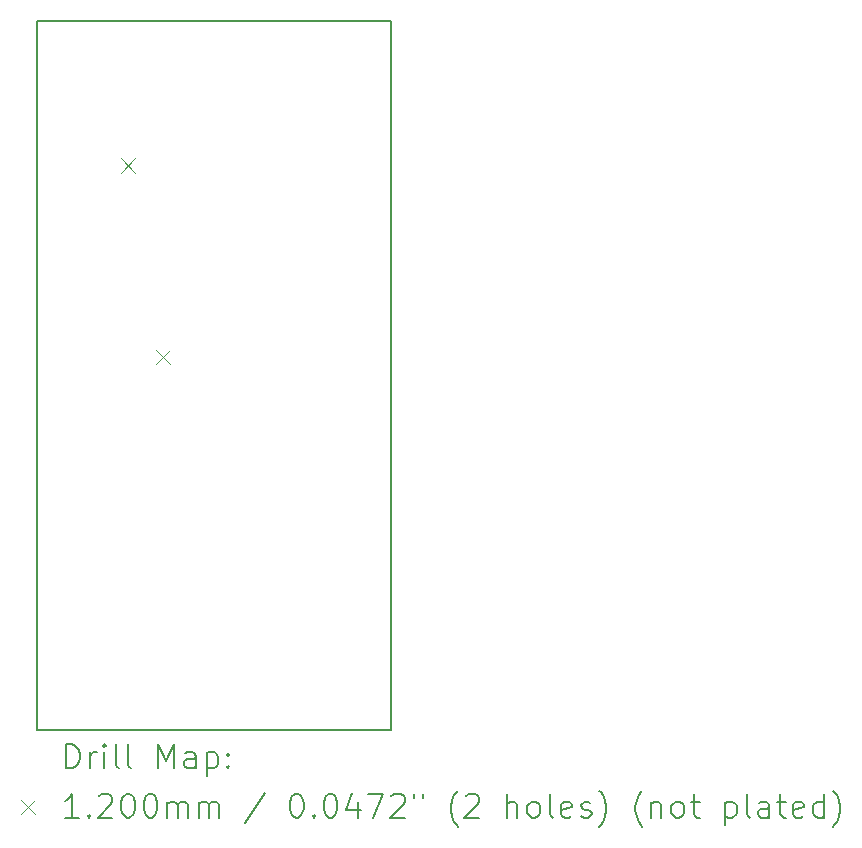
<source format=gbr>
%TF.GenerationSoftware,KiCad,Pcbnew,9.0.4*%
%TF.CreationDate,2025-10-04T14:05:03+04:00*%
%TF.ProjectId,handheld1_motion4sim_FO41AFC70E184,68616e64-6865-46c6-9431-5f6d6f74696f,rev?*%
%TF.SameCoordinates,Original*%
%TF.FileFunction,Drillmap*%
%TF.FilePolarity,Positive*%
%FSLAX45Y45*%
G04 Gerber Fmt 4.5, Leading zero omitted, Abs format (unit mm)*
G04 Created by KiCad (PCBNEW 9.0.4) date 2025-10-04 14:05:03*
%MOMM*%
%LPD*%
G01*
G04 APERTURE LIST*
%ADD10C,0.200000*%
%ADD11C,0.120000*%
G04 APERTURE END LIST*
D10*
X13140000Y-6580000D02*
X16140000Y-6580000D01*
X16140000Y-12580000D01*
X13140000Y-12580000D01*
X13140000Y-6580000D01*
D11*
X13855000Y-7740000D02*
X13975000Y-7860000D01*
X13975000Y-7740000D02*
X13855000Y-7860000D01*
X14150000Y-9360000D02*
X14270000Y-9480000D01*
X14270000Y-9360000D02*
X14150000Y-9480000D01*
D10*
X13390777Y-12901484D02*
X13390777Y-12701484D01*
X13390777Y-12701484D02*
X13438396Y-12701484D01*
X13438396Y-12701484D02*
X13466967Y-12711008D01*
X13466967Y-12711008D02*
X13486015Y-12730055D01*
X13486015Y-12730055D02*
X13495539Y-12749103D01*
X13495539Y-12749103D02*
X13505062Y-12787198D01*
X13505062Y-12787198D02*
X13505062Y-12815769D01*
X13505062Y-12815769D02*
X13495539Y-12853865D01*
X13495539Y-12853865D02*
X13486015Y-12872912D01*
X13486015Y-12872912D02*
X13466967Y-12891960D01*
X13466967Y-12891960D02*
X13438396Y-12901484D01*
X13438396Y-12901484D02*
X13390777Y-12901484D01*
X13590777Y-12901484D02*
X13590777Y-12768150D01*
X13590777Y-12806246D02*
X13600301Y-12787198D01*
X13600301Y-12787198D02*
X13609824Y-12777674D01*
X13609824Y-12777674D02*
X13628872Y-12768150D01*
X13628872Y-12768150D02*
X13647920Y-12768150D01*
X13714586Y-12901484D02*
X13714586Y-12768150D01*
X13714586Y-12701484D02*
X13705062Y-12711008D01*
X13705062Y-12711008D02*
X13714586Y-12720531D01*
X13714586Y-12720531D02*
X13724110Y-12711008D01*
X13724110Y-12711008D02*
X13714586Y-12701484D01*
X13714586Y-12701484D02*
X13714586Y-12720531D01*
X13838396Y-12901484D02*
X13819348Y-12891960D01*
X13819348Y-12891960D02*
X13809824Y-12872912D01*
X13809824Y-12872912D02*
X13809824Y-12701484D01*
X13943158Y-12901484D02*
X13924110Y-12891960D01*
X13924110Y-12891960D02*
X13914586Y-12872912D01*
X13914586Y-12872912D02*
X13914586Y-12701484D01*
X14171729Y-12901484D02*
X14171729Y-12701484D01*
X14171729Y-12701484D02*
X14238396Y-12844341D01*
X14238396Y-12844341D02*
X14305062Y-12701484D01*
X14305062Y-12701484D02*
X14305062Y-12901484D01*
X14486015Y-12901484D02*
X14486015Y-12796722D01*
X14486015Y-12796722D02*
X14476491Y-12777674D01*
X14476491Y-12777674D02*
X14457443Y-12768150D01*
X14457443Y-12768150D02*
X14419348Y-12768150D01*
X14419348Y-12768150D02*
X14400301Y-12777674D01*
X14486015Y-12891960D02*
X14466967Y-12901484D01*
X14466967Y-12901484D02*
X14419348Y-12901484D01*
X14419348Y-12901484D02*
X14400301Y-12891960D01*
X14400301Y-12891960D02*
X14390777Y-12872912D01*
X14390777Y-12872912D02*
X14390777Y-12853865D01*
X14390777Y-12853865D02*
X14400301Y-12834817D01*
X14400301Y-12834817D02*
X14419348Y-12825293D01*
X14419348Y-12825293D02*
X14466967Y-12825293D01*
X14466967Y-12825293D02*
X14486015Y-12815769D01*
X14581253Y-12768150D02*
X14581253Y-12968150D01*
X14581253Y-12777674D02*
X14600301Y-12768150D01*
X14600301Y-12768150D02*
X14638396Y-12768150D01*
X14638396Y-12768150D02*
X14657443Y-12777674D01*
X14657443Y-12777674D02*
X14666967Y-12787198D01*
X14666967Y-12787198D02*
X14676491Y-12806246D01*
X14676491Y-12806246D02*
X14676491Y-12863388D01*
X14676491Y-12863388D02*
X14666967Y-12882436D01*
X14666967Y-12882436D02*
X14657443Y-12891960D01*
X14657443Y-12891960D02*
X14638396Y-12901484D01*
X14638396Y-12901484D02*
X14600301Y-12901484D01*
X14600301Y-12901484D02*
X14581253Y-12891960D01*
X14762205Y-12882436D02*
X14771729Y-12891960D01*
X14771729Y-12891960D02*
X14762205Y-12901484D01*
X14762205Y-12901484D02*
X14752682Y-12891960D01*
X14752682Y-12891960D02*
X14762205Y-12882436D01*
X14762205Y-12882436D02*
X14762205Y-12901484D01*
X14762205Y-12777674D02*
X14771729Y-12787198D01*
X14771729Y-12787198D02*
X14762205Y-12796722D01*
X14762205Y-12796722D02*
X14752682Y-12787198D01*
X14752682Y-12787198D02*
X14762205Y-12777674D01*
X14762205Y-12777674D02*
X14762205Y-12796722D01*
D11*
X13010000Y-13170000D02*
X13130000Y-13290000D01*
X13130000Y-13170000D02*
X13010000Y-13290000D01*
D10*
X13495539Y-13321484D02*
X13381253Y-13321484D01*
X13438396Y-13321484D02*
X13438396Y-13121484D01*
X13438396Y-13121484D02*
X13419348Y-13150055D01*
X13419348Y-13150055D02*
X13400301Y-13169103D01*
X13400301Y-13169103D02*
X13381253Y-13178627D01*
X13581253Y-13302436D02*
X13590777Y-13311960D01*
X13590777Y-13311960D02*
X13581253Y-13321484D01*
X13581253Y-13321484D02*
X13571729Y-13311960D01*
X13571729Y-13311960D02*
X13581253Y-13302436D01*
X13581253Y-13302436D02*
X13581253Y-13321484D01*
X13666967Y-13140531D02*
X13676491Y-13131008D01*
X13676491Y-13131008D02*
X13695539Y-13121484D01*
X13695539Y-13121484D02*
X13743158Y-13121484D01*
X13743158Y-13121484D02*
X13762205Y-13131008D01*
X13762205Y-13131008D02*
X13771729Y-13140531D01*
X13771729Y-13140531D02*
X13781253Y-13159579D01*
X13781253Y-13159579D02*
X13781253Y-13178627D01*
X13781253Y-13178627D02*
X13771729Y-13207198D01*
X13771729Y-13207198D02*
X13657443Y-13321484D01*
X13657443Y-13321484D02*
X13781253Y-13321484D01*
X13905062Y-13121484D02*
X13924110Y-13121484D01*
X13924110Y-13121484D02*
X13943158Y-13131008D01*
X13943158Y-13131008D02*
X13952682Y-13140531D01*
X13952682Y-13140531D02*
X13962205Y-13159579D01*
X13962205Y-13159579D02*
X13971729Y-13197674D01*
X13971729Y-13197674D02*
X13971729Y-13245293D01*
X13971729Y-13245293D02*
X13962205Y-13283388D01*
X13962205Y-13283388D02*
X13952682Y-13302436D01*
X13952682Y-13302436D02*
X13943158Y-13311960D01*
X13943158Y-13311960D02*
X13924110Y-13321484D01*
X13924110Y-13321484D02*
X13905062Y-13321484D01*
X13905062Y-13321484D02*
X13886015Y-13311960D01*
X13886015Y-13311960D02*
X13876491Y-13302436D01*
X13876491Y-13302436D02*
X13866967Y-13283388D01*
X13866967Y-13283388D02*
X13857443Y-13245293D01*
X13857443Y-13245293D02*
X13857443Y-13197674D01*
X13857443Y-13197674D02*
X13866967Y-13159579D01*
X13866967Y-13159579D02*
X13876491Y-13140531D01*
X13876491Y-13140531D02*
X13886015Y-13131008D01*
X13886015Y-13131008D02*
X13905062Y-13121484D01*
X14095539Y-13121484D02*
X14114586Y-13121484D01*
X14114586Y-13121484D02*
X14133634Y-13131008D01*
X14133634Y-13131008D02*
X14143158Y-13140531D01*
X14143158Y-13140531D02*
X14152682Y-13159579D01*
X14152682Y-13159579D02*
X14162205Y-13197674D01*
X14162205Y-13197674D02*
X14162205Y-13245293D01*
X14162205Y-13245293D02*
X14152682Y-13283388D01*
X14152682Y-13283388D02*
X14143158Y-13302436D01*
X14143158Y-13302436D02*
X14133634Y-13311960D01*
X14133634Y-13311960D02*
X14114586Y-13321484D01*
X14114586Y-13321484D02*
X14095539Y-13321484D01*
X14095539Y-13321484D02*
X14076491Y-13311960D01*
X14076491Y-13311960D02*
X14066967Y-13302436D01*
X14066967Y-13302436D02*
X14057443Y-13283388D01*
X14057443Y-13283388D02*
X14047920Y-13245293D01*
X14047920Y-13245293D02*
X14047920Y-13197674D01*
X14047920Y-13197674D02*
X14057443Y-13159579D01*
X14057443Y-13159579D02*
X14066967Y-13140531D01*
X14066967Y-13140531D02*
X14076491Y-13131008D01*
X14076491Y-13131008D02*
X14095539Y-13121484D01*
X14247920Y-13321484D02*
X14247920Y-13188150D01*
X14247920Y-13207198D02*
X14257443Y-13197674D01*
X14257443Y-13197674D02*
X14276491Y-13188150D01*
X14276491Y-13188150D02*
X14305063Y-13188150D01*
X14305063Y-13188150D02*
X14324110Y-13197674D01*
X14324110Y-13197674D02*
X14333634Y-13216722D01*
X14333634Y-13216722D02*
X14333634Y-13321484D01*
X14333634Y-13216722D02*
X14343158Y-13197674D01*
X14343158Y-13197674D02*
X14362205Y-13188150D01*
X14362205Y-13188150D02*
X14390777Y-13188150D01*
X14390777Y-13188150D02*
X14409824Y-13197674D01*
X14409824Y-13197674D02*
X14419348Y-13216722D01*
X14419348Y-13216722D02*
X14419348Y-13321484D01*
X14514586Y-13321484D02*
X14514586Y-13188150D01*
X14514586Y-13207198D02*
X14524110Y-13197674D01*
X14524110Y-13197674D02*
X14543158Y-13188150D01*
X14543158Y-13188150D02*
X14571729Y-13188150D01*
X14571729Y-13188150D02*
X14590777Y-13197674D01*
X14590777Y-13197674D02*
X14600301Y-13216722D01*
X14600301Y-13216722D02*
X14600301Y-13321484D01*
X14600301Y-13216722D02*
X14609824Y-13197674D01*
X14609824Y-13197674D02*
X14628872Y-13188150D01*
X14628872Y-13188150D02*
X14657443Y-13188150D01*
X14657443Y-13188150D02*
X14676491Y-13197674D01*
X14676491Y-13197674D02*
X14686015Y-13216722D01*
X14686015Y-13216722D02*
X14686015Y-13321484D01*
X15076491Y-13111960D02*
X14905063Y-13369103D01*
X15333634Y-13121484D02*
X15352682Y-13121484D01*
X15352682Y-13121484D02*
X15371729Y-13131008D01*
X15371729Y-13131008D02*
X15381253Y-13140531D01*
X15381253Y-13140531D02*
X15390777Y-13159579D01*
X15390777Y-13159579D02*
X15400301Y-13197674D01*
X15400301Y-13197674D02*
X15400301Y-13245293D01*
X15400301Y-13245293D02*
X15390777Y-13283388D01*
X15390777Y-13283388D02*
X15381253Y-13302436D01*
X15381253Y-13302436D02*
X15371729Y-13311960D01*
X15371729Y-13311960D02*
X15352682Y-13321484D01*
X15352682Y-13321484D02*
X15333634Y-13321484D01*
X15333634Y-13321484D02*
X15314586Y-13311960D01*
X15314586Y-13311960D02*
X15305063Y-13302436D01*
X15305063Y-13302436D02*
X15295539Y-13283388D01*
X15295539Y-13283388D02*
X15286015Y-13245293D01*
X15286015Y-13245293D02*
X15286015Y-13197674D01*
X15286015Y-13197674D02*
X15295539Y-13159579D01*
X15295539Y-13159579D02*
X15305063Y-13140531D01*
X15305063Y-13140531D02*
X15314586Y-13131008D01*
X15314586Y-13131008D02*
X15333634Y-13121484D01*
X15486015Y-13302436D02*
X15495539Y-13311960D01*
X15495539Y-13311960D02*
X15486015Y-13321484D01*
X15486015Y-13321484D02*
X15476491Y-13311960D01*
X15476491Y-13311960D02*
X15486015Y-13302436D01*
X15486015Y-13302436D02*
X15486015Y-13321484D01*
X15619348Y-13121484D02*
X15638396Y-13121484D01*
X15638396Y-13121484D02*
X15657444Y-13131008D01*
X15657444Y-13131008D02*
X15666967Y-13140531D01*
X15666967Y-13140531D02*
X15676491Y-13159579D01*
X15676491Y-13159579D02*
X15686015Y-13197674D01*
X15686015Y-13197674D02*
X15686015Y-13245293D01*
X15686015Y-13245293D02*
X15676491Y-13283388D01*
X15676491Y-13283388D02*
X15666967Y-13302436D01*
X15666967Y-13302436D02*
X15657444Y-13311960D01*
X15657444Y-13311960D02*
X15638396Y-13321484D01*
X15638396Y-13321484D02*
X15619348Y-13321484D01*
X15619348Y-13321484D02*
X15600301Y-13311960D01*
X15600301Y-13311960D02*
X15590777Y-13302436D01*
X15590777Y-13302436D02*
X15581253Y-13283388D01*
X15581253Y-13283388D02*
X15571729Y-13245293D01*
X15571729Y-13245293D02*
X15571729Y-13197674D01*
X15571729Y-13197674D02*
X15581253Y-13159579D01*
X15581253Y-13159579D02*
X15590777Y-13140531D01*
X15590777Y-13140531D02*
X15600301Y-13131008D01*
X15600301Y-13131008D02*
X15619348Y-13121484D01*
X15857444Y-13188150D02*
X15857444Y-13321484D01*
X15809825Y-13111960D02*
X15762206Y-13254817D01*
X15762206Y-13254817D02*
X15886015Y-13254817D01*
X15943158Y-13121484D02*
X16076491Y-13121484D01*
X16076491Y-13121484D02*
X15990777Y-13321484D01*
X16143158Y-13140531D02*
X16152682Y-13131008D01*
X16152682Y-13131008D02*
X16171729Y-13121484D01*
X16171729Y-13121484D02*
X16219348Y-13121484D01*
X16219348Y-13121484D02*
X16238396Y-13131008D01*
X16238396Y-13131008D02*
X16247920Y-13140531D01*
X16247920Y-13140531D02*
X16257444Y-13159579D01*
X16257444Y-13159579D02*
X16257444Y-13178627D01*
X16257444Y-13178627D02*
X16247920Y-13207198D01*
X16247920Y-13207198D02*
X16133634Y-13321484D01*
X16133634Y-13321484D02*
X16257444Y-13321484D01*
X16333634Y-13121484D02*
X16333634Y-13159579D01*
X16409825Y-13121484D02*
X16409825Y-13159579D01*
X16705063Y-13397674D02*
X16695539Y-13388150D01*
X16695539Y-13388150D02*
X16676491Y-13359579D01*
X16676491Y-13359579D02*
X16666968Y-13340531D01*
X16666968Y-13340531D02*
X16657444Y-13311960D01*
X16657444Y-13311960D02*
X16647920Y-13264341D01*
X16647920Y-13264341D02*
X16647920Y-13226246D01*
X16647920Y-13226246D02*
X16657444Y-13178627D01*
X16657444Y-13178627D02*
X16666968Y-13150055D01*
X16666968Y-13150055D02*
X16676491Y-13131008D01*
X16676491Y-13131008D02*
X16695539Y-13102436D01*
X16695539Y-13102436D02*
X16705063Y-13092912D01*
X16771729Y-13140531D02*
X16781253Y-13131008D01*
X16781253Y-13131008D02*
X16800301Y-13121484D01*
X16800301Y-13121484D02*
X16847920Y-13121484D01*
X16847920Y-13121484D02*
X16866968Y-13131008D01*
X16866968Y-13131008D02*
X16876491Y-13140531D01*
X16876491Y-13140531D02*
X16886015Y-13159579D01*
X16886015Y-13159579D02*
X16886015Y-13178627D01*
X16886015Y-13178627D02*
X16876491Y-13207198D01*
X16876491Y-13207198D02*
X16762206Y-13321484D01*
X16762206Y-13321484D02*
X16886015Y-13321484D01*
X17124111Y-13321484D02*
X17124111Y-13121484D01*
X17209825Y-13321484D02*
X17209825Y-13216722D01*
X17209825Y-13216722D02*
X17200301Y-13197674D01*
X17200301Y-13197674D02*
X17181253Y-13188150D01*
X17181253Y-13188150D02*
X17152682Y-13188150D01*
X17152682Y-13188150D02*
X17133634Y-13197674D01*
X17133634Y-13197674D02*
X17124111Y-13207198D01*
X17333634Y-13321484D02*
X17314587Y-13311960D01*
X17314587Y-13311960D02*
X17305063Y-13302436D01*
X17305063Y-13302436D02*
X17295539Y-13283388D01*
X17295539Y-13283388D02*
X17295539Y-13226246D01*
X17295539Y-13226246D02*
X17305063Y-13207198D01*
X17305063Y-13207198D02*
X17314587Y-13197674D01*
X17314587Y-13197674D02*
X17333634Y-13188150D01*
X17333634Y-13188150D02*
X17362206Y-13188150D01*
X17362206Y-13188150D02*
X17381253Y-13197674D01*
X17381253Y-13197674D02*
X17390777Y-13207198D01*
X17390777Y-13207198D02*
X17400301Y-13226246D01*
X17400301Y-13226246D02*
X17400301Y-13283388D01*
X17400301Y-13283388D02*
X17390777Y-13302436D01*
X17390777Y-13302436D02*
X17381253Y-13311960D01*
X17381253Y-13311960D02*
X17362206Y-13321484D01*
X17362206Y-13321484D02*
X17333634Y-13321484D01*
X17514587Y-13321484D02*
X17495539Y-13311960D01*
X17495539Y-13311960D02*
X17486015Y-13292912D01*
X17486015Y-13292912D02*
X17486015Y-13121484D01*
X17666968Y-13311960D02*
X17647920Y-13321484D01*
X17647920Y-13321484D02*
X17609825Y-13321484D01*
X17609825Y-13321484D02*
X17590777Y-13311960D01*
X17590777Y-13311960D02*
X17581253Y-13292912D01*
X17581253Y-13292912D02*
X17581253Y-13216722D01*
X17581253Y-13216722D02*
X17590777Y-13197674D01*
X17590777Y-13197674D02*
X17609825Y-13188150D01*
X17609825Y-13188150D02*
X17647920Y-13188150D01*
X17647920Y-13188150D02*
X17666968Y-13197674D01*
X17666968Y-13197674D02*
X17676492Y-13216722D01*
X17676492Y-13216722D02*
X17676492Y-13235769D01*
X17676492Y-13235769D02*
X17581253Y-13254817D01*
X17752682Y-13311960D02*
X17771730Y-13321484D01*
X17771730Y-13321484D02*
X17809825Y-13321484D01*
X17809825Y-13321484D02*
X17828873Y-13311960D01*
X17828873Y-13311960D02*
X17838396Y-13292912D01*
X17838396Y-13292912D02*
X17838396Y-13283388D01*
X17838396Y-13283388D02*
X17828873Y-13264341D01*
X17828873Y-13264341D02*
X17809825Y-13254817D01*
X17809825Y-13254817D02*
X17781253Y-13254817D01*
X17781253Y-13254817D02*
X17762206Y-13245293D01*
X17762206Y-13245293D02*
X17752682Y-13226246D01*
X17752682Y-13226246D02*
X17752682Y-13216722D01*
X17752682Y-13216722D02*
X17762206Y-13197674D01*
X17762206Y-13197674D02*
X17781253Y-13188150D01*
X17781253Y-13188150D02*
X17809825Y-13188150D01*
X17809825Y-13188150D02*
X17828873Y-13197674D01*
X17905063Y-13397674D02*
X17914587Y-13388150D01*
X17914587Y-13388150D02*
X17933634Y-13359579D01*
X17933634Y-13359579D02*
X17943158Y-13340531D01*
X17943158Y-13340531D02*
X17952682Y-13311960D01*
X17952682Y-13311960D02*
X17962206Y-13264341D01*
X17962206Y-13264341D02*
X17962206Y-13226246D01*
X17962206Y-13226246D02*
X17952682Y-13178627D01*
X17952682Y-13178627D02*
X17943158Y-13150055D01*
X17943158Y-13150055D02*
X17933634Y-13131008D01*
X17933634Y-13131008D02*
X17914587Y-13102436D01*
X17914587Y-13102436D02*
X17905063Y-13092912D01*
X18266968Y-13397674D02*
X18257444Y-13388150D01*
X18257444Y-13388150D02*
X18238396Y-13359579D01*
X18238396Y-13359579D02*
X18228873Y-13340531D01*
X18228873Y-13340531D02*
X18219349Y-13311960D01*
X18219349Y-13311960D02*
X18209825Y-13264341D01*
X18209825Y-13264341D02*
X18209825Y-13226246D01*
X18209825Y-13226246D02*
X18219349Y-13178627D01*
X18219349Y-13178627D02*
X18228873Y-13150055D01*
X18228873Y-13150055D02*
X18238396Y-13131008D01*
X18238396Y-13131008D02*
X18257444Y-13102436D01*
X18257444Y-13102436D02*
X18266968Y-13092912D01*
X18343158Y-13188150D02*
X18343158Y-13321484D01*
X18343158Y-13207198D02*
X18352682Y-13197674D01*
X18352682Y-13197674D02*
X18371730Y-13188150D01*
X18371730Y-13188150D02*
X18400301Y-13188150D01*
X18400301Y-13188150D02*
X18419349Y-13197674D01*
X18419349Y-13197674D02*
X18428873Y-13216722D01*
X18428873Y-13216722D02*
X18428873Y-13321484D01*
X18552682Y-13321484D02*
X18533634Y-13311960D01*
X18533634Y-13311960D02*
X18524111Y-13302436D01*
X18524111Y-13302436D02*
X18514587Y-13283388D01*
X18514587Y-13283388D02*
X18514587Y-13226246D01*
X18514587Y-13226246D02*
X18524111Y-13207198D01*
X18524111Y-13207198D02*
X18533634Y-13197674D01*
X18533634Y-13197674D02*
X18552682Y-13188150D01*
X18552682Y-13188150D02*
X18581254Y-13188150D01*
X18581254Y-13188150D02*
X18600301Y-13197674D01*
X18600301Y-13197674D02*
X18609825Y-13207198D01*
X18609825Y-13207198D02*
X18619349Y-13226246D01*
X18619349Y-13226246D02*
X18619349Y-13283388D01*
X18619349Y-13283388D02*
X18609825Y-13302436D01*
X18609825Y-13302436D02*
X18600301Y-13311960D01*
X18600301Y-13311960D02*
X18581254Y-13321484D01*
X18581254Y-13321484D02*
X18552682Y-13321484D01*
X18676492Y-13188150D02*
X18752682Y-13188150D01*
X18705063Y-13121484D02*
X18705063Y-13292912D01*
X18705063Y-13292912D02*
X18714587Y-13311960D01*
X18714587Y-13311960D02*
X18733634Y-13321484D01*
X18733634Y-13321484D02*
X18752682Y-13321484D01*
X18971730Y-13188150D02*
X18971730Y-13388150D01*
X18971730Y-13197674D02*
X18990777Y-13188150D01*
X18990777Y-13188150D02*
X19028873Y-13188150D01*
X19028873Y-13188150D02*
X19047920Y-13197674D01*
X19047920Y-13197674D02*
X19057444Y-13207198D01*
X19057444Y-13207198D02*
X19066968Y-13226246D01*
X19066968Y-13226246D02*
X19066968Y-13283388D01*
X19066968Y-13283388D02*
X19057444Y-13302436D01*
X19057444Y-13302436D02*
X19047920Y-13311960D01*
X19047920Y-13311960D02*
X19028873Y-13321484D01*
X19028873Y-13321484D02*
X18990777Y-13321484D01*
X18990777Y-13321484D02*
X18971730Y-13311960D01*
X19181254Y-13321484D02*
X19162206Y-13311960D01*
X19162206Y-13311960D02*
X19152682Y-13292912D01*
X19152682Y-13292912D02*
X19152682Y-13121484D01*
X19343158Y-13321484D02*
X19343158Y-13216722D01*
X19343158Y-13216722D02*
X19333635Y-13197674D01*
X19333635Y-13197674D02*
X19314587Y-13188150D01*
X19314587Y-13188150D02*
X19276492Y-13188150D01*
X19276492Y-13188150D02*
X19257444Y-13197674D01*
X19343158Y-13311960D02*
X19324111Y-13321484D01*
X19324111Y-13321484D02*
X19276492Y-13321484D01*
X19276492Y-13321484D02*
X19257444Y-13311960D01*
X19257444Y-13311960D02*
X19247920Y-13292912D01*
X19247920Y-13292912D02*
X19247920Y-13273865D01*
X19247920Y-13273865D02*
X19257444Y-13254817D01*
X19257444Y-13254817D02*
X19276492Y-13245293D01*
X19276492Y-13245293D02*
X19324111Y-13245293D01*
X19324111Y-13245293D02*
X19343158Y-13235769D01*
X19409825Y-13188150D02*
X19486015Y-13188150D01*
X19438396Y-13121484D02*
X19438396Y-13292912D01*
X19438396Y-13292912D02*
X19447920Y-13311960D01*
X19447920Y-13311960D02*
X19466968Y-13321484D01*
X19466968Y-13321484D02*
X19486015Y-13321484D01*
X19628873Y-13311960D02*
X19609825Y-13321484D01*
X19609825Y-13321484D02*
X19571730Y-13321484D01*
X19571730Y-13321484D02*
X19552682Y-13311960D01*
X19552682Y-13311960D02*
X19543158Y-13292912D01*
X19543158Y-13292912D02*
X19543158Y-13216722D01*
X19543158Y-13216722D02*
X19552682Y-13197674D01*
X19552682Y-13197674D02*
X19571730Y-13188150D01*
X19571730Y-13188150D02*
X19609825Y-13188150D01*
X19609825Y-13188150D02*
X19628873Y-13197674D01*
X19628873Y-13197674D02*
X19638396Y-13216722D01*
X19638396Y-13216722D02*
X19638396Y-13235769D01*
X19638396Y-13235769D02*
X19543158Y-13254817D01*
X19809825Y-13321484D02*
X19809825Y-13121484D01*
X19809825Y-13311960D02*
X19790777Y-13321484D01*
X19790777Y-13321484D02*
X19752682Y-13321484D01*
X19752682Y-13321484D02*
X19733635Y-13311960D01*
X19733635Y-13311960D02*
X19724111Y-13302436D01*
X19724111Y-13302436D02*
X19714587Y-13283388D01*
X19714587Y-13283388D02*
X19714587Y-13226246D01*
X19714587Y-13226246D02*
X19724111Y-13207198D01*
X19724111Y-13207198D02*
X19733635Y-13197674D01*
X19733635Y-13197674D02*
X19752682Y-13188150D01*
X19752682Y-13188150D02*
X19790777Y-13188150D01*
X19790777Y-13188150D02*
X19809825Y-13197674D01*
X19886016Y-13397674D02*
X19895539Y-13388150D01*
X19895539Y-13388150D02*
X19914587Y-13359579D01*
X19914587Y-13359579D02*
X19924111Y-13340531D01*
X19924111Y-13340531D02*
X19933635Y-13311960D01*
X19933635Y-13311960D02*
X19943158Y-13264341D01*
X19943158Y-13264341D02*
X19943158Y-13226246D01*
X19943158Y-13226246D02*
X19933635Y-13178627D01*
X19933635Y-13178627D02*
X19924111Y-13150055D01*
X19924111Y-13150055D02*
X19914587Y-13131008D01*
X19914587Y-13131008D02*
X19895539Y-13102436D01*
X19895539Y-13102436D02*
X19886016Y-13092912D01*
M02*

</source>
